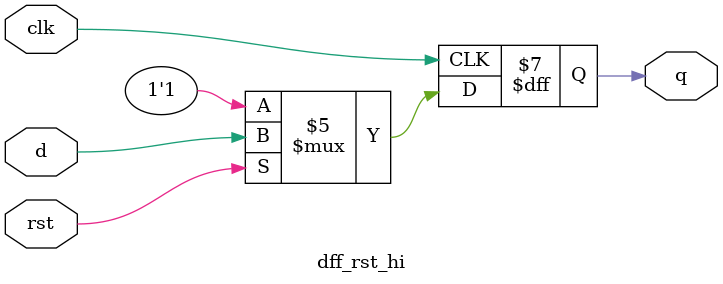
<source format=sv>
module dff_rst_hi (
	output logic q,  
	input logic d, 
	input logic clk,
	input logic rst
);

always_ff @(posedge clk) begin
	if (!rst == 1'b1) begin
		q <= 1'b1;
	end
	else begin
		q <= d;
	end
end

endmodule

</source>
